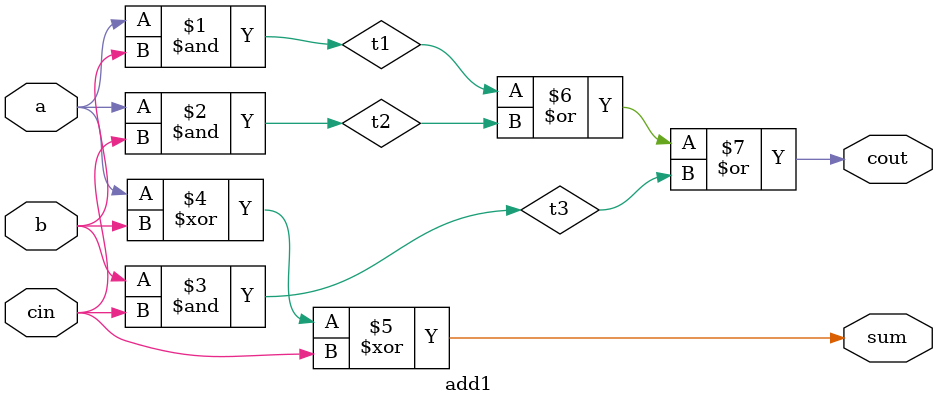
<source format=v>
module top_module (
    input [31:0] a,
    input [31:0] b,
    output [31:0] sum
);//
// module add16 ( input[15:0] a, input[15:0] b, input cin, output[15:0] sum, output cout );
wire [15:0] sum_add1;
wire [15:0] sum_add2;

wire cout_add1;
wire cout_add2;
add16 u_add16_1(
    .a(a[15:0]),
    .b(b[15:0]),
    .cin(0),
    .sum(sum_add1),
    .cout(cout_add1)
);

add16 u_add16_2(
    .a(a[31:16]),
    .b(b[31:16]),
    .cin(cout_add1),
    .sum(sum_add2),
    .cout(cout_add2)
);

assign sum = {sum_add2,sum_add1};
endmodule

module add1 ( input a, input b, input cin,   output sum, output cout );

wire t1,t2,t3;
assign t1 = a & b;
assign t2 = a & cin;
assign t3 = b & cin;
// Full adder module here
assign sum = a^b^cin;
assign cout = t1 | t2 | t3;

endmodule
</source>
